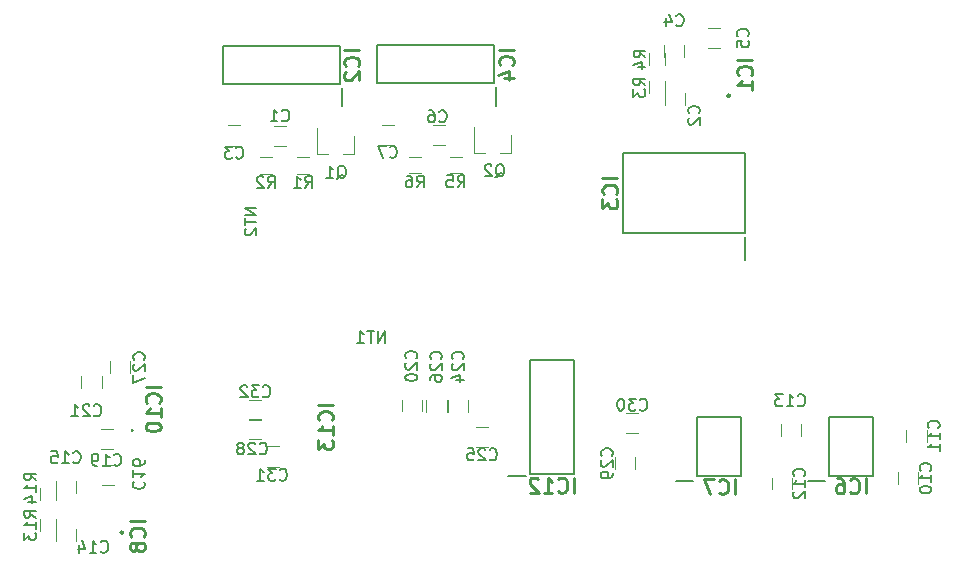
<source format=gbr>
G04 #@! TF.GenerationSoftware,KiCad,Pcbnew,(5.0.0)*
G04 #@! TF.CreationDate,2018-09-16T18:52:52-03:00*
G04 #@! TF.ProjectId,Cape_Beaglebone,436170655F426561676C65626F6E652E,rev?*
G04 #@! TF.SameCoordinates,Original*
G04 #@! TF.FileFunction,Legend,Bot*
G04 #@! TF.FilePolarity,Positive*
%FSLAX46Y46*%
G04 Gerber Fmt 4.6, Leading zero omitted, Abs format (unit mm)*
G04 Created by KiCad (PCBNEW (5.0.0)) date 09/16/18 18:52:52*
%MOMM*%
%LPD*%
G01*
G04 APERTURE LIST*
%ADD10C,0.254000*%
%ADD11C,0.200000*%
%ADD12C,0.120000*%
%ADD13C,0.150000*%
G04 APERTURE END LIST*
D10*
G04 #@! TO.C,IC10*
X125618896Y-89107004D02*
G75*
G03X125618896Y-89107004I-36000J0D01*
G01*
D11*
G04 #@! TO.C,IC4*
X156443065Y-61611871D02*
X156443065Y-60061871D01*
X146348065Y-59711871D02*
X156248065Y-59711871D01*
X146348065Y-56511871D02*
X146348065Y-59711871D01*
X156248065Y-56511871D02*
X146348065Y-56511871D01*
X156248065Y-59711871D02*
X156248065Y-56511871D01*
G04 #@! TO.C,IC6*
X184645896Y-93016104D02*
X188345896Y-93016104D01*
X188345896Y-93016104D02*
X188345896Y-88016104D01*
X188345896Y-88016104D02*
X184645896Y-88016104D01*
X184645896Y-88016104D02*
X184645896Y-93016104D01*
X182820896Y-93366104D02*
X184295896Y-93366104D01*
G04 #@! TO.C,IC12*
X159294296Y-92842004D02*
X162994296Y-92842004D01*
X162994296Y-92842004D02*
X162994296Y-83142004D01*
X162994296Y-83142004D02*
X159294296Y-83142004D01*
X159294296Y-83142004D02*
X159294296Y-92842004D01*
X157469296Y-92992004D02*
X158944296Y-92992004D01*
D10*
G04 #@! TO.C,IC8*
X124829496Y-97775604D02*
G75*
G03X124829496Y-97775604I-100000J0D01*
G01*
D11*
G04 #@! TO.C,IC3*
X177469995Y-74691104D02*
X177469995Y-72766104D01*
X167199995Y-72416104D02*
X177499995Y-72416104D01*
X167199995Y-65616104D02*
X167199995Y-72416104D01*
X177499995Y-65616104D02*
X167199995Y-65616104D01*
X177499995Y-72416104D02*
X177499995Y-65616104D01*
D12*
G04 #@! TO.C,C24*
X154084596Y-86564904D02*
X154084596Y-87564904D01*
X152384596Y-87564904D02*
X152384596Y-86564904D01*
G04 #@! TO.C,C1*
X137618896Y-63320104D02*
X138618896Y-63320104D01*
X138618896Y-65020104D02*
X137618896Y-65020104D01*
G04 #@! TO.C,C2*
X170723396Y-61536104D02*
X170723396Y-60536104D01*
X172423396Y-60536104D02*
X172423396Y-61536104D01*
G04 #@! TO.C,C3*
X134738896Y-65000104D02*
X133738896Y-65000104D01*
X133738896Y-63300104D02*
X134738896Y-63300104D01*
G04 #@! TO.C,C4*
X172359896Y-56504104D02*
X172359896Y-57504104D01*
X170659896Y-57504104D02*
X170659896Y-56504104D01*
G04 #@! TO.C,C5*
X175359396Y-56758604D02*
X174359396Y-56758604D01*
X174359396Y-55058604D02*
X175359396Y-55058604D01*
G04 #@! TO.C,C6*
X152068065Y-64950104D02*
X151068065Y-64950104D01*
X151068065Y-63250104D02*
X152068065Y-63250104D01*
G04 #@! TO.C,C7*
X146736896Y-63250104D02*
X147736896Y-63250104D01*
X147736896Y-64950104D02*
X146736896Y-64950104D01*
G04 #@! TO.C,C10*
X190471896Y-93667104D02*
X190471896Y-92667104D01*
X192171896Y-92667104D02*
X192171896Y-93667104D01*
G04 #@! TO.C,C11*
X192870396Y-89063604D02*
X192870396Y-90063604D01*
X191170396Y-90063604D02*
X191170396Y-89063604D01*
G04 #@! TO.C,C12*
X179790000Y-94110000D02*
X179790000Y-93110000D01*
X181490000Y-93110000D02*
X181490000Y-94110000D01*
G04 #@! TO.C,C13*
X182240496Y-88593704D02*
X182240496Y-89593704D01*
X180540496Y-89593704D02*
X180540496Y-88593704D01*
G04 #@! TO.C,C14*
X119129896Y-98455104D02*
X119129896Y-97455104D01*
X120829896Y-97455104D02*
X120829896Y-98455104D01*
G04 #@! TO.C,C15*
X120829896Y-93423104D02*
X120829896Y-94423104D01*
X119129896Y-94423104D02*
X119129896Y-93423104D01*
G04 #@! TO.C,C16*
X123035896Y-92041104D02*
X124035896Y-92041104D01*
X124035896Y-93741104D02*
X123035896Y-93741104D01*
G04 #@! TO.C,C19*
X123953496Y-90727104D02*
X122953496Y-90727104D01*
X122953496Y-89027104D02*
X123953496Y-89027104D01*
G04 #@! TO.C,C20*
X148434896Y-87510904D02*
X148434896Y-86510904D01*
X150134896Y-86510904D02*
X150134896Y-87510904D01*
G04 #@! TO.C,C21*
X123017496Y-84551104D02*
X123017496Y-85551104D01*
X121317496Y-85551104D02*
X121317496Y-84551104D01*
G04 #@! TO.C,C25*
X154733896Y-88846104D02*
X155733896Y-88846104D01*
X155733896Y-90546104D02*
X154733896Y-90546104D01*
G04 #@! TO.C,C26*
X150527996Y-87564904D02*
X150527996Y-86564904D01*
X152227996Y-86564904D02*
X152227996Y-87564904D01*
G04 #@! TO.C,C27*
X125430496Y-83281104D02*
X125430496Y-84281104D01*
X123730496Y-84281104D02*
X123730496Y-83281104D01*
G04 #@! TO.C,C28*
X136522596Y-89883004D02*
X135522596Y-89883004D01*
X135522596Y-88183004D02*
X136522596Y-88183004D01*
G04 #@! TO.C,C29*
X166494296Y-92413104D02*
X166494296Y-91413104D01*
X168194296Y-91413104D02*
X168194296Y-92413104D01*
G04 #@! TO.C,C30*
X167453896Y-87634104D02*
X168453896Y-87634104D01*
X168453896Y-89334104D02*
X167453896Y-89334104D01*
G04 #@! TO.C,C31*
X138010000Y-92180000D02*
X137010000Y-92180000D01*
X137010000Y-90480000D02*
X138010000Y-90480000D01*
G04 #@! TO.C,C32*
X135538596Y-86506604D02*
X136538596Y-86506604D01*
X136538596Y-88206604D02*
X135538596Y-88206604D01*
D10*
G04 #@! TO.C,IC1*
X176202076Y-60778624D02*
G75*
G03X176202076Y-60778624I-100000J0D01*
G01*
D11*
G04 #@! TO.C,IC2*
X143187088Y-59791113D02*
X143187088Y-56591113D01*
X143187088Y-56591113D02*
X133287088Y-56591113D01*
X133287088Y-56591113D02*
X133287088Y-59791113D01*
X133287088Y-59791113D02*
X143187088Y-59791113D01*
X143382088Y-61691113D02*
X143382088Y-60141113D01*
G04 #@! TO.C,IC7*
X171644896Y-93366104D02*
X173119896Y-93366104D01*
X173469896Y-88016104D02*
X173469896Y-93016104D01*
X177169896Y-88016104D02*
X173469896Y-88016104D01*
X177169896Y-93016104D02*
X177169896Y-88016104D01*
X173469896Y-93016104D02*
X177169896Y-93016104D01*
D12*
G04 #@! TO.C,Q1*
X144408896Y-65680104D02*
X143478896Y-65680104D01*
X141248896Y-65680104D02*
X142178896Y-65680104D01*
X141248896Y-65680104D02*
X141248896Y-63520104D01*
X144408896Y-65680104D02*
X144408896Y-64220104D01*
G04 #@! TO.C,Q2*
X157722896Y-65606104D02*
X157722896Y-64146104D01*
X154562896Y-65606104D02*
X154562896Y-63446104D01*
X154562896Y-65606104D02*
X155492896Y-65606104D01*
X157722896Y-65606104D02*
X156792896Y-65606104D01*
G04 #@! TO.C,R1*
X140588896Y-66010104D02*
X139588896Y-66010104D01*
X139588896Y-67370104D02*
X140588896Y-67370104D01*
G04 #@! TO.C,R2*
X137438896Y-66010104D02*
X136438896Y-66010104D01*
X136438896Y-67370104D02*
X137438896Y-67370104D01*
G04 #@! TO.C,R3*
X170729396Y-60576744D02*
X170729396Y-59576744D01*
X169369396Y-59576744D02*
X169369396Y-60576744D01*
G04 #@! TO.C,R4*
X169387176Y-57194224D02*
X169387176Y-58194224D01*
X170747176Y-58194224D02*
X170747176Y-57194224D01*
G04 #@! TO.C,R5*
X152498896Y-67300104D02*
X153498896Y-67300104D01*
X153498896Y-65940104D02*
X152498896Y-65940104D01*
G04 #@! TO.C,R6*
X150038896Y-65960104D02*
X149038896Y-65960104D01*
X149038896Y-67320104D02*
X150038896Y-67320104D01*
G04 #@! TO.C,R13*
X119140976Y-97640524D02*
X119140976Y-96640524D01*
X117780976Y-96640524D02*
X117780976Y-97640524D01*
G04 #@! TO.C,R14*
X117775896Y-93977904D02*
X117775896Y-94977904D01*
X119135896Y-94977904D02*
X119135896Y-93977904D01*
G04 #@! TO.C,NT2*
D13*
X136122380Y-70273142D02*
X135122380Y-70273142D01*
X136122380Y-70844571D01*
X135122380Y-70844571D01*
X135122380Y-71177904D02*
X135122380Y-71749333D01*
X136122380Y-71463619D02*
X135122380Y-71463619D01*
X135217619Y-72035047D02*
X135170000Y-72082666D01*
X135122380Y-72177904D01*
X135122380Y-72416000D01*
X135170000Y-72511238D01*
X135217619Y-72558857D01*
X135312857Y-72606476D01*
X135408095Y-72606476D01*
X135550952Y-72558857D01*
X136122380Y-71987428D01*
X136122380Y-72606476D01*
G04 #@! TO.C,IC10*
D10*
X128012519Y-85429080D02*
X126742519Y-85429080D01*
X127891567Y-86759556D02*
X127952043Y-86699080D01*
X128012519Y-86517651D01*
X128012519Y-86396699D01*
X127952043Y-86215270D01*
X127831091Y-86094318D01*
X127710138Y-86033842D01*
X127468234Y-85973365D01*
X127286805Y-85973365D01*
X127044900Y-86033842D01*
X126923948Y-86094318D01*
X126802996Y-86215270D01*
X126742519Y-86396699D01*
X126742519Y-86517651D01*
X126802996Y-86699080D01*
X126863472Y-86759556D01*
X128012519Y-87969080D02*
X128012519Y-87243365D01*
X128012519Y-87606223D02*
X126742519Y-87606223D01*
X126923948Y-87485270D01*
X127044900Y-87364318D01*
X127105376Y-87243365D01*
X126742519Y-88755270D02*
X126742519Y-88876223D01*
X126802996Y-88997175D01*
X126863472Y-89057651D01*
X126984424Y-89118127D01*
X127226329Y-89178604D01*
X127528710Y-89178604D01*
X127770615Y-89118127D01*
X127891567Y-89057651D01*
X127952043Y-88997175D01*
X128012519Y-88876223D01*
X128012519Y-88755270D01*
X127952043Y-88634318D01*
X127891567Y-88573842D01*
X127770615Y-88513365D01*
X127528710Y-88452889D01*
X127226329Y-88452889D01*
X126984424Y-88513365D01*
X126863472Y-88573842D01*
X126802996Y-88634318D01*
X126742519Y-88755270D01*
G04 #@! TO.C,IC4*
X157923919Y-56872109D02*
X156653919Y-56872109D01*
X157802967Y-58202585D02*
X157863443Y-58142109D01*
X157923919Y-57960680D01*
X157923919Y-57839728D01*
X157863443Y-57658299D01*
X157742491Y-57537347D01*
X157621538Y-57476871D01*
X157379634Y-57416394D01*
X157198205Y-57416394D01*
X156956300Y-57476871D01*
X156835348Y-57537347D01*
X156714396Y-57658299D01*
X156653919Y-57839728D01*
X156653919Y-57960680D01*
X156714396Y-58142109D01*
X156774872Y-58202585D01*
X157077253Y-59291156D02*
X157923919Y-59291156D01*
X156593443Y-58988775D02*
X157500586Y-58686394D01*
X157500586Y-59472585D01*
G04 #@! TO.C,IC6*
X187735657Y-94456127D02*
X187735657Y-93186127D01*
X186405181Y-94335175D02*
X186465657Y-94395651D01*
X186647086Y-94456127D01*
X186768038Y-94456127D01*
X186949467Y-94395651D01*
X187070419Y-94274699D01*
X187130896Y-94153746D01*
X187191372Y-93911842D01*
X187191372Y-93730413D01*
X187130896Y-93488508D01*
X187070419Y-93367556D01*
X186949467Y-93246604D01*
X186768038Y-93186127D01*
X186647086Y-93186127D01*
X186465657Y-93246604D01*
X186405181Y-93307080D01*
X185316610Y-93186127D02*
X185558515Y-93186127D01*
X185679467Y-93246604D01*
X185739943Y-93307080D01*
X185860896Y-93488508D01*
X185921372Y-93730413D01*
X185921372Y-94214223D01*
X185860896Y-94335175D01*
X185800419Y-94395651D01*
X185679467Y-94456127D01*
X185437562Y-94456127D01*
X185316610Y-94395651D01*
X185256134Y-94335175D01*
X185195657Y-94214223D01*
X185195657Y-93911842D01*
X185256134Y-93790889D01*
X185316610Y-93730413D01*
X185437562Y-93669937D01*
X185679467Y-93669937D01*
X185800419Y-93730413D01*
X185860896Y-93790889D01*
X185921372Y-93911842D01*
G04 #@! TO.C,IC12*
X163003919Y-94392627D02*
X163003919Y-93122627D01*
X161673443Y-94271675D02*
X161733919Y-94332151D01*
X161915348Y-94392627D01*
X162036300Y-94392627D01*
X162217729Y-94332151D01*
X162338681Y-94211199D01*
X162399157Y-94090246D01*
X162459634Y-93848342D01*
X162459634Y-93666913D01*
X162399157Y-93425008D01*
X162338681Y-93304056D01*
X162217729Y-93183104D01*
X162036300Y-93122627D01*
X161915348Y-93122627D01*
X161733919Y-93183104D01*
X161673443Y-93243580D01*
X160463919Y-94392627D02*
X161189634Y-94392627D01*
X160826776Y-94392627D02*
X160826776Y-93122627D01*
X160947729Y-93304056D01*
X161068681Y-93425008D01*
X161189634Y-93485484D01*
X159980110Y-93243580D02*
X159919634Y-93183104D01*
X159798681Y-93122627D01*
X159496300Y-93122627D01*
X159375348Y-93183104D01*
X159314872Y-93243580D01*
X159254396Y-93364532D01*
X159254396Y-93485484D01*
X159314872Y-93666913D01*
X160040586Y-94392627D01*
X159254396Y-94392627D01*
G04 #@! TO.C,IC13*
X142617219Y-86947080D02*
X141347219Y-86947080D01*
X142496267Y-88277556D02*
X142556743Y-88217080D01*
X142617219Y-88035651D01*
X142617219Y-87914699D01*
X142556743Y-87733270D01*
X142435791Y-87612318D01*
X142314838Y-87551842D01*
X142072934Y-87491365D01*
X141891505Y-87491365D01*
X141649600Y-87551842D01*
X141528648Y-87612318D01*
X141407696Y-87733270D01*
X141347219Y-87914699D01*
X141347219Y-88035651D01*
X141407696Y-88217080D01*
X141468172Y-88277556D01*
X142617219Y-89487080D02*
X142617219Y-88761365D01*
X142617219Y-89124223D02*
X141347219Y-89124223D01*
X141528648Y-89003270D01*
X141649600Y-88882318D01*
X141710076Y-88761365D01*
X141347219Y-89910413D02*
X141347219Y-90696604D01*
X141831029Y-90273270D01*
X141831029Y-90454699D01*
X141891505Y-90575651D01*
X141951981Y-90636127D01*
X142072934Y-90696604D01*
X142375315Y-90696604D01*
X142496267Y-90636127D01*
X142556743Y-90575651D01*
X142617219Y-90454699D01*
X142617219Y-90091842D01*
X142556743Y-89970889D01*
X142496267Y-89910413D01*
G04 #@! TO.C,IC8*
X126701219Y-96807542D02*
X125431219Y-96807542D01*
X126580267Y-98138018D02*
X126640743Y-98077542D01*
X126701219Y-97896113D01*
X126701219Y-97775161D01*
X126640743Y-97593732D01*
X126519791Y-97472780D01*
X126398838Y-97412304D01*
X126156934Y-97351827D01*
X125975505Y-97351827D01*
X125733600Y-97412304D01*
X125612648Y-97472780D01*
X125491696Y-97593732D01*
X125431219Y-97775161D01*
X125431219Y-97896113D01*
X125491696Y-98077542D01*
X125552172Y-98138018D01*
X125975505Y-98863732D02*
X125915029Y-98742780D01*
X125854553Y-98682304D01*
X125733600Y-98621827D01*
X125673124Y-98621827D01*
X125552172Y-98682304D01*
X125491696Y-98742780D01*
X125431219Y-98863732D01*
X125431219Y-99105637D01*
X125491696Y-99226589D01*
X125552172Y-99287065D01*
X125673124Y-99347542D01*
X125733600Y-99347542D01*
X125854553Y-99287065D01*
X125915029Y-99226589D01*
X125975505Y-99105637D01*
X125975505Y-98863732D01*
X126035981Y-98742780D01*
X126096457Y-98682304D01*
X126217410Y-98621827D01*
X126459315Y-98621827D01*
X126580267Y-98682304D01*
X126640743Y-98742780D01*
X126701219Y-98863732D01*
X126701219Y-99105637D01*
X126640743Y-99226589D01*
X126580267Y-99287065D01*
X126459315Y-99347542D01*
X126217410Y-99347542D01*
X126096457Y-99287065D01*
X126035981Y-99226589D01*
X125975505Y-99105637D01*
G04 #@! TO.C,IC3*
X166701518Y-67776342D02*
X165431518Y-67776342D01*
X166580566Y-69106818D02*
X166641042Y-69046342D01*
X166701518Y-68864913D01*
X166701518Y-68743961D01*
X166641042Y-68562532D01*
X166520090Y-68441580D01*
X166399137Y-68381104D01*
X166157233Y-68320627D01*
X165975804Y-68320627D01*
X165733899Y-68381104D01*
X165612947Y-68441580D01*
X165491995Y-68562532D01*
X165431518Y-68743961D01*
X165431518Y-68864913D01*
X165491995Y-69046342D01*
X165552471Y-69106818D01*
X165431518Y-69530151D02*
X165431518Y-70316342D01*
X165915328Y-69893008D01*
X165915328Y-70074437D01*
X165975804Y-70195389D01*
X166036280Y-70255865D01*
X166157233Y-70316342D01*
X166459614Y-70316342D01*
X166580566Y-70255865D01*
X166641042Y-70195389D01*
X166701518Y-70074437D01*
X166701518Y-69711580D01*
X166641042Y-69590627D01*
X166580566Y-69530151D01*
G04 #@! TO.C,NT1*
D13*
X146984753Y-81697484D02*
X146984753Y-80697484D01*
X146413324Y-81697484D01*
X146413324Y-80697484D01*
X146079991Y-80697484D02*
X145508562Y-80697484D01*
X145794276Y-81697484D02*
X145794276Y-80697484D01*
X144651419Y-81697484D02*
X145222848Y-81697484D01*
X144937134Y-81697484D02*
X144937134Y-80697484D01*
X145032372Y-80840342D01*
X145127610Y-80935580D01*
X145222848Y-80983199D01*
G04 #@! TO.C,C24*
X153579038Y-83078746D02*
X153626657Y-83031127D01*
X153674276Y-82888270D01*
X153674276Y-82793032D01*
X153626657Y-82650175D01*
X153531419Y-82554937D01*
X153436181Y-82507318D01*
X153245705Y-82459699D01*
X153102848Y-82459699D01*
X152912372Y-82507318D01*
X152817134Y-82554937D01*
X152721896Y-82650175D01*
X152674276Y-82793032D01*
X152674276Y-82888270D01*
X152721896Y-83031127D01*
X152769515Y-83078746D01*
X152769515Y-83459699D02*
X152721896Y-83507318D01*
X152674276Y-83602556D01*
X152674276Y-83840651D01*
X152721896Y-83935889D01*
X152769515Y-83983508D01*
X152864753Y-84031127D01*
X152959991Y-84031127D01*
X153102848Y-83983508D01*
X153674276Y-83412080D01*
X153674276Y-84031127D01*
X153007610Y-84888270D02*
X153674276Y-84888270D01*
X152626657Y-84650175D02*
X153340943Y-84412080D01*
X153340943Y-85031127D01*
G04 #@! TO.C,C1*
X138275562Y-62869746D02*
X138323181Y-62917365D01*
X138466038Y-62964984D01*
X138561276Y-62964984D01*
X138704134Y-62917365D01*
X138799372Y-62822127D01*
X138846991Y-62726889D01*
X138894610Y-62536413D01*
X138894610Y-62393556D01*
X138846991Y-62203080D01*
X138799372Y-62107842D01*
X138704134Y-62012604D01*
X138561276Y-61964984D01*
X138466038Y-61964984D01*
X138323181Y-62012604D01*
X138275562Y-62060223D01*
X137323181Y-62964984D02*
X137894610Y-62964984D01*
X137608896Y-62964984D02*
X137608896Y-61964984D01*
X137704134Y-62107842D01*
X137799372Y-62203080D01*
X137894610Y-62250699D01*
G04 #@! TO.C,C2*
X173581538Y-62282437D02*
X173629157Y-62234818D01*
X173676776Y-62091961D01*
X173676776Y-61996723D01*
X173629157Y-61853865D01*
X173533919Y-61758627D01*
X173438681Y-61711008D01*
X173248205Y-61663389D01*
X173105348Y-61663389D01*
X172914872Y-61711008D01*
X172819634Y-61758627D01*
X172724396Y-61853865D01*
X172676776Y-61996723D01*
X172676776Y-62091961D01*
X172724396Y-62234818D01*
X172772015Y-62282437D01*
X172772015Y-62663389D02*
X172724396Y-62711008D01*
X172676776Y-62806246D01*
X172676776Y-63044342D01*
X172724396Y-63139580D01*
X172772015Y-63187199D01*
X172867253Y-63234818D01*
X172962491Y-63234818D01*
X173105348Y-63187199D01*
X173676776Y-62615770D01*
X173676776Y-63234818D01*
G04 #@! TO.C,C3*
X134405562Y-66007246D02*
X134453181Y-66054865D01*
X134596038Y-66102484D01*
X134691276Y-66102484D01*
X134834134Y-66054865D01*
X134929372Y-65959627D01*
X134976991Y-65864389D01*
X135024610Y-65673913D01*
X135024610Y-65531056D01*
X134976991Y-65340580D01*
X134929372Y-65245342D01*
X134834134Y-65150104D01*
X134691276Y-65102484D01*
X134596038Y-65102484D01*
X134453181Y-65150104D01*
X134405562Y-65197723D01*
X134072229Y-65102484D02*
X133453181Y-65102484D01*
X133786515Y-65483437D01*
X133643657Y-65483437D01*
X133548419Y-65531056D01*
X133500800Y-65578675D01*
X133453181Y-65673913D01*
X133453181Y-65912008D01*
X133500800Y-66007246D01*
X133548419Y-66054865D01*
X133643657Y-66102484D01*
X133929372Y-66102484D01*
X134024610Y-66054865D01*
X134072229Y-66007246D01*
G04 #@! TO.C,C4*
X171676562Y-54805246D02*
X171724181Y-54852865D01*
X171867038Y-54900484D01*
X171962276Y-54900484D01*
X172105134Y-54852865D01*
X172200372Y-54757627D01*
X172247991Y-54662389D01*
X172295610Y-54471913D01*
X172295610Y-54329056D01*
X172247991Y-54138580D01*
X172200372Y-54043342D01*
X172105134Y-53948104D01*
X171962276Y-53900484D01*
X171867038Y-53900484D01*
X171724181Y-53948104D01*
X171676562Y-53995723D01*
X170819419Y-54233818D02*
X170819419Y-54900484D01*
X171057515Y-53852865D02*
X171295610Y-54567151D01*
X170676562Y-54567151D01*
G04 #@! TO.C,C5*
X177709038Y-55741937D02*
X177756657Y-55694318D01*
X177804276Y-55551461D01*
X177804276Y-55456223D01*
X177756657Y-55313365D01*
X177661419Y-55218127D01*
X177566181Y-55170508D01*
X177375705Y-55122889D01*
X177232848Y-55122889D01*
X177042372Y-55170508D01*
X176947134Y-55218127D01*
X176851896Y-55313365D01*
X176804276Y-55456223D01*
X176804276Y-55551461D01*
X176851896Y-55694318D01*
X176899515Y-55741937D01*
X176804276Y-56646699D02*
X176804276Y-56170508D01*
X177280467Y-56122889D01*
X177232848Y-56170508D01*
X177185229Y-56265746D01*
X177185229Y-56503842D01*
X177232848Y-56599080D01*
X177280467Y-56646699D01*
X177375705Y-56694318D01*
X177613800Y-56694318D01*
X177709038Y-56646699D01*
X177756657Y-56599080D01*
X177804276Y-56503842D01*
X177804276Y-56265746D01*
X177756657Y-56170508D01*
X177709038Y-56122889D01*
G04 #@! TO.C,C6*
X151610562Y-62933246D02*
X151658181Y-62980865D01*
X151801038Y-63028484D01*
X151896276Y-63028484D01*
X152039134Y-62980865D01*
X152134372Y-62885627D01*
X152181991Y-62790389D01*
X152229610Y-62599913D01*
X152229610Y-62457056D01*
X152181991Y-62266580D01*
X152134372Y-62171342D01*
X152039134Y-62076104D01*
X151896276Y-62028484D01*
X151801038Y-62028484D01*
X151658181Y-62076104D01*
X151610562Y-62123723D01*
X150753419Y-62028484D02*
X150943896Y-62028484D01*
X151039134Y-62076104D01*
X151086753Y-62123723D01*
X151181991Y-62266580D01*
X151229610Y-62457056D01*
X151229610Y-62838008D01*
X151181991Y-62933246D01*
X151134372Y-62980865D01*
X151039134Y-63028484D01*
X150848657Y-63028484D01*
X150753419Y-62980865D01*
X150705800Y-62933246D01*
X150658181Y-62838008D01*
X150658181Y-62599913D01*
X150705800Y-62504675D01*
X150753419Y-62457056D01*
X150848657Y-62409437D01*
X151039134Y-62409437D01*
X151134372Y-62457056D01*
X151181991Y-62504675D01*
X151229610Y-62599913D01*
G04 #@! TO.C,C7*
X147403562Y-65957246D02*
X147451181Y-66004865D01*
X147594038Y-66052484D01*
X147689276Y-66052484D01*
X147832134Y-66004865D01*
X147927372Y-65909627D01*
X147974991Y-65814389D01*
X148022610Y-65623913D01*
X148022610Y-65481056D01*
X147974991Y-65290580D01*
X147927372Y-65195342D01*
X147832134Y-65100104D01*
X147689276Y-65052484D01*
X147594038Y-65052484D01*
X147451181Y-65100104D01*
X147403562Y-65147723D01*
X147070229Y-65052484D02*
X146403562Y-65052484D01*
X146832134Y-66052484D01*
G04 #@! TO.C,C10*
X193179038Y-92524246D02*
X193226657Y-92476627D01*
X193274276Y-92333770D01*
X193274276Y-92238532D01*
X193226657Y-92095675D01*
X193131419Y-92000437D01*
X193036181Y-91952818D01*
X192845705Y-91905199D01*
X192702848Y-91905199D01*
X192512372Y-91952818D01*
X192417134Y-92000437D01*
X192321896Y-92095675D01*
X192274276Y-92238532D01*
X192274276Y-92333770D01*
X192321896Y-92476627D01*
X192369515Y-92524246D01*
X193274276Y-93476627D02*
X193274276Y-92905199D01*
X193274276Y-93190913D02*
X192274276Y-93190913D01*
X192417134Y-93095675D01*
X192512372Y-93000437D01*
X192559991Y-92905199D01*
X192274276Y-94095675D02*
X192274276Y-94190913D01*
X192321896Y-94286151D01*
X192369515Y-94333770D01*
X192464753Y-94381389D01*
X192655229Y-94429008D01*
X192893324Y-94429008D01*
X193083800Y-94381389D01*
X193179038Y-94333770D01*
X193226657Y-94286151D01*
X193274276Y-94190913D01*
X193274276Y-94095675D01*
X193226657Y-94000437D01*
X193179038Y-93952818D01*
X193083800Y-93905199D01*
X192893324Y-93857580D01*
X192655229Y-93857580D01*
X192464753Y-93905199D01*
X192369515Y-93952818D01*
X192321896Y-94000437D01*
X192274276Y-94095675D01*
G04 #@! TO.C,C11*
X193877538Y-88920746D02*
X193925157Y-88873127D01*
X193972776Y-88730270D01*
X193972776Y-88635032D01*
X193925157Y-88492175D01*
X193829919Y-88396937D01*
X193734681Y-88349318D01*
X193544205Y-88301699D01*
X193401348Y-88301699D01*
X193210872Y-88349318D01*
X193115634Y-88396937D01*
X193020396Y-88492175D01*
X192972776Y-88635032D01*
X192972776Y-88730270D01*
X193020396Y-88873127D01*
X193068015Y-88920746D01*
X193972776Y-89873127D02*
X193972776Y-89301699D01*
X193972776Y-89587413D02*
X192972776Y-89587413D01*
X193115634Y-89492175D01*
X193210872Y-89396937D01*
X193258491Y-89301699D01*
X193972776Y-90825508D02*
X193972776Y-90254080D01*
X193972776Y-90539794D02*
X192972776Y-90539794D01*
X193115634Y-90444556D01*
X193210872Y-90349318D01*
X193258491Y-90254080D01*
G04 #@! TO.C,C12*
X182497142Y-92967142D02*
X182544761Y-92919523D01*
X182592380Y-92776666D01*
X182592380Y-92681428D01*
X182544761Y-92538571D01*
X182449523Y-92443333D01*
X182354285Y-92395714D01*
X182163809Y-92348095D01*
X182020952Y-92348095D01*
X181830476Y-92395714D01*
X181735238Y-92443333D01*
X181640000Y-92538571D01*
X181592380Y-92681428D01*
X181592380Y-92776666D01*
X181640000Y-92919523D01*
X181687619Y-92967142D01*
X182592380Y-93919523D02*
X182592380Y-93348095D01*
X182592380Y-93633809D02*
X181592380Y-93633809D01*
X181735238Y-93538571D01*
X181830476Y-93443333D01*
X181878095Y-93348095D01*
X181687619Y-94300476D02*
X181640000Y-94348095D01*
X181592380Y-94443333D01*
X181592380Y-94681428D01*
X181640000Y-94776666D01*
X181687619Y-94824285D01*
X181782857Y-94871904D01*
X181878095Y-94871904D01*
X182020952Y-94824285D01*
X182592380Y-94252857D01*
X182592380Y-94871904D01*
G04 #@! TO.C,C13*
X181969853Y-86974346D02*
X182017472Y-87021965D01*
X182160329Y-87069584D01*
X182255567Y-87069584D01*
X182398424Y-87021965D01*
X182493662Y-86926727D01*
X182541281Y-86831489D01*
X182588900Y-86641013D01*
X182588900Y-86498156D01*
X182541281Y-86307680D01*
X182493662Y-86212442D01*
X182398424Y-86117204D01*
X182255567Y-86069584D01*
X182160329Y-86069584D01*
X182017472Y-86117204D01*
X181969853Y-86164823D01*
X181017472Y-87069584D02*
X181588900Y-87069584D01*
X181303186Y-87069584D02*
X181303186Y-86069584D01*
X181398424Y-86212442D01*
X181493662Y-86307680D01*
X181588900Y-86355299D01*
X180684138Y-86069584D02*
X180065091Y-86069584D01*
X180398424Y-86450537D01*
X180255567Y-86450537D01*
X180160329Y-86498156D01*
X180112710Y-86545775D01*
X180065091Y-86641013D01*
X180065091Y-86879108D01*
X180112710Y-86974346D01*
X180160329Y-87021965D01*
X180255567Y-87069584D01*
X180541281Y-87069584D01*
X180636519Y-87021965D01*
X180684138Y-86974346D01*
G04 #@! TO.C,C14*
X122959553Y-99369646D02*
X123007172Y-99417265D01*
X123150029Y-99464884D01*
X123245267Y-99464884D01*
X123388124Y-99417265D01*
X123483362Y-99322027D01*
X123530981Y-99226789D01*
X123578600Y-99036313D01*
X123578600Y-98893456D01*
X123530981Y-98702980D01*
X123483362Y-98607742D01*
X123388124Y-98512504D01*
X123245267Y-98464884D01*
X123150029Y-98464884D01*
X123007172Y-98512504D01*
X122959553Y-98560123D01*
X122007172Y-99464884D02*
X122578600Y-99464884D01*
X122292886Y-99464884D02*
X122292886Y-98464884D01*
X122388124Y-98607742D01*
X122483362Y-98702980D01*
X122578600Y-98750599D01*
X121150029Y-98798218D02*
X121150029Y-99464884D01*
X121388124Y-98417265D02*
X121626219Y-99131551D01*
X121007172Y-99131551D01*
G04 #@! TO.C,C15*
X120622753Y-91800446D02*
X120670372Y-91848065D01*
X120813229Y-91895684D01*
X120908467Y-91895684D01*
X121051324Y-91848065D01*
X121146562Y-91752827D01*
X121194181Y-91657589D01*
X121241800Y-91467113D01*
X121241800Y-91324256D01*
X121194181Y-91133780D01*
X121146562Y-91038542D01*
X121051324Y-90943304D01*
X120908467Y-90895684D01*
X120813229Y-90895684D01*
X120670372Y-90943304D01*
X120622753Y-90990923D01*
X119670372Y-91895684D02*
X120241800Y-91895684D01*
X119956086Y-91895684D02*
X119956086Y-90895684D01*
X120051324Y-91038542D01*
X120146562Y-91133780D01*
X120241800Y-91181399D01*
X118765610Y-90895684D02*
X119241800Y-90895684D01*
X119289419Y-91371875D01*
X119241800Y-91324256D01*
X119146562Y-91276637D01*
X118908467Y-91276637D01*
X118813229Y-91324256D01*
X118765610Y-91371875D01*
X118717991Y-91467113D01*
X118717991Y-91705208D01*
X118765610Y-91800446D01*
X118813229Y-91848065D01*
X118908467Y-91895684D01*
X119146562Y-91895684D01*
X119241800Y-91848065D01*
X119289419Y-91800446D01*
G04 #@! TO.C,C16*
X125769553Y-93457761D02*
X125721934Y-93505380D01*
X125674315Y-93648237D01*
X125674315Y-93743475D01*
X125721934Y-93886332D01*
X125817172Y-93981570D01*
X125912410Y-94029189D01*
X126102886Y-94076808D01*
X126245743Y-94076808D01*
X126436219Y-94029189D01*
X126531457Y-93981570D01*
X126626696Y-93886332D01*
X126674315Y-93743475D01*
X126674315Y-93648237D01*
X126626696Y-93505380D01*
X126579076Y-93457761D01*
X125674315Y-92505380D02*
X125674315Y-93076808D01*
X125674315Y-92791094D02*
X126674315Y-92791094D01*
X126531457Y-92886332D01*
X126436219Y-92981570D01*
X126388600Y-93076808D01*
X126674315Y-91648237D02*
X126674315Y-91838713D01*
X126626696Y-91933951D01*
X126579076Y-91981570D01*
X126436219Y-92076808D01*
X126245743Y-92124427D01*
X125864791Y-92124427D01*
X125769553Y-92076808D01*
X125721934Y-92029189D01*
X125674315Y-91933951D01*
X125674315Y-91743475D01*
X125721934Y-91648237D01*
X125769553Y-91600618D01*
X125864791Y-91552999D01*
X126102886Y-91552999D01*
X126198124Y-91600618D01*
X126245743Y-91648237D01*
X126293362Y-91743475D01*
X126293362Y-91933951D01*
X126245743Y-92029189D01*
X126198124Y-92076808D01*
X126102886Y-92124427D01*
G04 #@! TO.C,C19*
X124080353Y-92012246D02*
X124127972Y-92059865D01*
X124270829Y-92107484D01*
X124366067Y-92107484D01*
X124508924Y-92059865D01*
X124604162Y-91964627D01*
X124651781Y-91869389D01*
X124699400Y-91678913D01*
X124699400Y-91536056D01*
X124651781Y-91345580D01*
X124604162Y-91250342D01*
X124508924Y-91155104D01*
X124366067Y-91107484D01*
X124270829Y-91107484D01*
X124127972Y-91155104D01*
X124080353Y-91202723D01*
X123127972Y-92107484D02*
X123699400Y-92107484D01*
X123413686Y-92107484D02*
X123413686Y-91107484D01*
X123508924Y-91250342D01*
X123604162Y-91345580D01*
X123699400Y-91393199D01*
X122651781Y-92107484D02*
X122461305Y-92107484D01*
X122366067Y-92059865D01*
X122318448Y-92012246D01*
X122223210Y-91869389D01*
X122175591Y-91678913D01*
X122175591Y-91297961D01*
X122223210Y-91202723D01*
X122270829Y-91155104D01*
X122366067Y-91107484D01*
X122556543Y-91107484D01*
X122651781Y-91155104D01*
X122699400Y-91202723D01*
X122747019Y-91297961D01*
X122747019Y-91536056D01*
X122699400Y-91631294D01*
X122651781Y-91678913D01*
X122556543Y-91726532D01*
X122366067Y-91726532D01*
X122270829Y-91678913D01*
X122223210Y-91631294D01*
X122175591Y-91536056D01*
G04 #@! TO.C,C20*
X149642038Y-83015246D02*
X149689657Y-82967627D01*
X149737276Y-82824770D01*
X149737276Y-82729532D01*
X149689657Y-82586675D01*
X149594419Y-82491437D01*
X149499181Y-82443818D01*
X149308705Y-82396199D01*
X149165848Y-82396199D01*
X148975372Y-82443818D01*
X148880134Y-82491437D01*
X148784896Y-82586675D01*
X148737276Y-82729532D01*
X148737276Y-82824770D01*
X148784896Y-82967627D01*
X148832515Y-83015246D01*
X148832515Y-83396199D02*
X148784896Y-83443818D01*
X148737276Y-83539056D01*
X148737276Y-83777151D01*
X148784896Y-83872389D01*
X148832515Y-83920008D01*
X148927753Y-83967627D01*
X149022991Y-83967627D01*
X149165848Y-83920008D01*
X149737276Y-83348580D01*
X149737276Y-83967627D01*
X148737276Y-84586675D02*
X148737276Y-84681913D01*
X148784896Y-84777151D01*
X148832515Y-84824770D01*
X148927753Y-84872389D01*
X149118229Y-84920008D01*
X149356324Y-84920008D01*
X149546800Y-84872389D01*
X149642038Y-84824770D01*
X149689657Y-84777151D01*
X149737276Y-84681913D01*
X149737276Y-84586675D01*
X149689657Y-84491437D01*
X149642038Y-84443818D01*
X149546800Y-84396199D01*
X149356324Y-84348580D01*
X149118229Y-84348580D01*
X148927753Y-84396199D01*
X148832515Y-84443818D01*
X148784896Y-84491437D01*
X148737276Y-84586675D01*
G04 #@! TO.C,C21*
X122365853Y-87821246D02*
X122413472Y-87868865D01*
X122556329Y-87916484D01*
X122651567Y-87916484D01*
X122794424Y-87868865D01*
X122889662Y-87773627D01*
X122937281Y-87678389D01*
X122984900Y-87487913D01*
X122984900Y-87345056D01*
X122937281Y-87154580D01*
X122889662Y-87059342D01*
X122794424Y-86964104D01*
X122651567Y-86916484D01*
X122556329Y-86916484D01*
X122413472Y-86964104D01*
X122365853Y-87011723D01*
X121984900Y-87011723D02*
X121937281Y-86964104D01*
X121842043Y-86916484D01*
X121603948Y-86916484D01*
X121508710Y-86964104D01*
X121461091Y-87011723D01*
X121413472Y-87106961D01*
X121413472Y-87202199D01*
X121461091Y-87345056D01*
X122032519Y-87916484D01*
X121413472Y-87916484D01*
X120461091Y-87916484D02*
X121032519Y-87916484D01*
X120746805Y-87916484D02*
X120746805Y-86916484D01*
X120842043Y-87059342D01*
X120937281Y-87154580D01*
X121032519Y-87202199D01*
G04 #@! TO.C,C25*
X155876753Y-91553246D02*
X155924372Y-91600865D01*
X156067229Y-91648484D01*
X156162467Y-91648484D01*
X156305324Y-91600865D01*
X156400562Y-91505627D01*
X156448181Y-91410389D01*
X156495800Y-91219913D01*
X156495800Y-91077056D01*
X156448181Y-90886580D01*
X156400562Y-90791342D01*
X156305324Y-90696104D01*
X156162467Y-90648484D01*
X156067229Y-90648484D01*
X155924372Y-90696104D01*
X155876753Y-90743723D01*
X155495800Y-90743723D02*
X155448181Y-90696104D01*
X155352943Y-90648484D01*
X155114848Y-90648484D01*
X155019610Y-90696104D01*
X154971991Y-90743723D01*
X154924372Y-90838961D01*
X154924372Y-90934199D01*
X154971991Y-91077056D01*
X155543419Y-91648484D01*
X154924372Y-91648484D01*
X154019610Y-90648484D02*
X154495800Y-90648484D01*
X154543419Y-91124675D01*
X154495800Y-91077056D01*
X154400562Y-91029437D01*
X154162467Y-91029437D01*
X154067229Y-91077056D01*
X154019610Y-91124675D01*
X153971991Y-91219913D01*
X153971991Y-91458008D01*
X154019610Y-91553246D01*
X154067229Y-91600865D01*
X154162467Y-91648484D01*
X154400562Y-91648484D01*
X154495800Y-91600865D01*
X154543419Y-91553246D01*
G04 #@! TO.C,C26*
X151737538Y-83078746D02*
X151785157Y-83031127D01*
X151832776Y-82888270D01*
X151832776Y-82793032D01*
X151785157Y-82650175D01*
X151689919Y-82554937D01*
X151594681Y-82507318D01*
X151404205Y-82459699D01*
X151261348Y-82459699D01*
X151070872Y-82507318D01*
X150975634Y-82554937D01*
X150880396Y-82650175D01*
X150832776Y-82793032D01*
X150832776Y-82888270D01*
X150880396Y-83031127D01*
X150928015Y-83078746D01*
X150928015Y-83459699D02*
X150880396Y-83507318D01*
X150832776Y-83602556D01*
X150832776Y-83840651D01*
X150880396Y-83935889D01*
X150928015Y-83983508D01*
X151023253Y-84031127D01*
X151118491Y-84031127D01*
X151261348Y-83983508D01*
X151832776Y-83412080D01*
X151832776Y-84031127D01*
X150832776Y-84888270D02*
X150832776Y-84697794D01*
X150880396Y-84602556D01*
X150928015Y-84554937D01*
X151070872Y-84459699D01*
X151261348Y-84412080D01*
X151642300Y-84412080D01*
X151737538Y-84459699D01*
X151785157Y-84507318D01*
X151832776Y-84602556D01*
X151832776Y-84793032D01*
X151785157Y-84888270D01*
X151737538Y-84935889D01*
X151642300Y-84983508D01*
X151404205Y-84983508D01*
X151308967Y-84935889D01*
X151261348Y-84888270D01*
X151213729Y-84793032D01*
X151213729Y-84602556D01*
X151261348Y-84507318D01*
X151308967Y-84459699D01*
X151404205Y-84412080D01*
G04 #@! TO.C,C27*
X126588638Y-83138246D02*
X126636257Y-83090627D01*
X126683876Y-82947770D01*
X126683876Y-82852532D01*
X126636257Y-82709675D01*
X126541019Y-82614437D01*
X126445781Y-82566818D01*
X126255305Y-82519199D01*
X126112448Y-82519199D01*
X125921972Y-82566818D01*
X125826734Y-82614437D01*
X125731496Y-82709675D01*
X125683876Y-82852532D01*
X125683876Y-82947770D01*
X125731496Y-83090627D01*
X125779115Y-83138246D01*
X125779115Y-83519199D02*
X125731496Y-83566818D01*
X125683876Y-83662056D01*
X125683876Y-83900151D01*
X125731496Y-83995389D01*
X125779115Y-84043008D01*
X125874353Y-84090627D01*
X125969591Y-84090627D01*
X126112448Y-84043008D01*
X126683876Y-83471580D01*
X126683876Y-84090627D01*
X125683876Y-84423961D02*
X125683876Y-85090627D01*
X126683876Y-84662056D01*
G04 #@! TO.C,C28*
X136399053Y-91053746D02*
X136446672Y-91101365D01*
X136589529Y-91148984D01*
X136684767Y-91148984D01*
X136827624Y-91101365D01*
X136922862Y-91006127D01*
X136970481Y-90910889D01*
X137018100Y-90720413D01*
X137018100Y-90577556D01*
X136970481Y-90387080D01*
X136922862Y-90291842D01*
X136827624Y-90196604D01*
X136684767Y-90148984D01*
X136589529Y-90148984D01*
X136446672Y-90196604D01*
X136399053Y-90244223D01*
X136018100Y-90244223D02*
X135970481Y-90196604D01*
X135875243Y-90148984D01*
X135637148Y-90148984D01*
X135541910Y-90196604D01*
X135494291Y-90244223D01*
X135446672Y-90339461D01*
X135446672Y-90434699D01*
X135494291Y-90577556D01*
X136065719Y-91148984D01*
X135446672Y-91148984D01*
X134875243Y-90577556D02*
X134970481Y-90529937D01*
X135018100Y-90482318D01*
X135065719Y-90387080D01*
X135065719Y-90339461D01*
X135018100Y-90244223D01*
X134970481Y-90196604D01*
X134875243Y-90148984D01*
X134684767Y-90148984D01*
X134589529Y-90196604D01*
X134541910Y-90244223D01*
X134494291Y-90339461D01*
X134494291Y-90387080D01*
X134541910Y-90482318D01*
X134589529Y-90529937D01*
X134684767Y-90577556D01*
X134875243Y-90577556D01*
X134970481Y-90625175D01*
X135018100Y-90672794D01*
X135065719Y-90768032D01*
X135065719Y-90958508D01*
X135018100Y-91053746D01*
X134970481Y-91101365D01*
X134875243Y-91148984D01*
X134684767Y-91148984D01*
X134589529Y-91101365D01*
X134541910Y-91053746D01*
X134494291Y-90958508D01*
X134494291Y-90768032D01*
X134541910Y-90672794D01*
X134589529Y-90625175D01*
X134684767Y-90577556D01*
G04 #@! TO.C,C29*
X166201438Y-91270246D02*
X166249057Y-91222627D01*
X166296676Y-91079770D01*
X166296676Y-90984532D01*
X166249057Y-90841675D01*
X166153819Y-90746437D01*
X166058581Y-90698818D01*
X165868105Y-90651199D01*
X165725248Y-90651199D01*
X165534772Y-90698818D01*
X165439534Y-90746437D01*
X165344296Y-90841675D01*
X165296676Y-90984532D01*
X165296676Y-91079770D01*
X165344296Y-91222627D01*
X165391915Y-91270246D01*
X165391915Y-91651199D02*
X165344296Y-91698818D01*
X165296676Y-91794056D01*
X165296676Y-92032151D01*
X165344296Y-92127389D01*
X165391915Y-92175008D01*
X165487153Y-92222627D01*
X165582391Y-92222627D01*
X165725248Y-92175008D01*
X166296676Y-91603580D01*
X166296676Y-92222627D01*
X166296676Y-92698818D02*
X166296676Y-92889294D01*
X166249057Y-92984532D01*
X166201438Y-93032151D01*
X166058581Y-93127389D01*
X165868105Y-93175008D01*
X165487153Y-93175008D01*
X165391915Y-93127389D01*
X165344296Y-93079770D01*
X165296676Y-92984532D01*
X165296676Y-92794056D01*
X165344296Y-92698818D01*
X165391915Y-92651199D01*
X165487153Y-92603580D01*
X165725248Y-92603580D01*
X165820486Y-92651199D01*
X165868105Y-92698818D01*
X165915724Y-92794056D01*
X165915724Y-92984532D01*
X165868105Y-93079770D01*
X165820486Y-93127389D01*
X165725248Y-93175008D01*
G04 #@! TO.C,C30*
X168596753Y-87341246D02*
X168644372Y-87388865D01*
X168787229Y-87436484D01*
X168882467Y-87436484D01*
X169025324Y-87388865D01*
X169120562Y-87293627D01*
X169168181Y-87198389D01*
X169215800Y-87007913D01*
X169215800Y-86865056D01*
X169168181Y-86674580D01*
X169120562Y-86579342D01*
X169025324Y-86484104D01*
X168882467Y-86436484D01*
X168787229Y-86436484D01*
X168644372Y-86484104D01*
X168596753Y-86531723D01*
X168263419Y-86436484D02*
X167644372Y-86436484D01*
X167977705Y-86817437D01*
X167834848Y-86817437D01*
X167739610Y-86865056D01*
X167691991Y-86912675D01*
X167644372Y-87007913D01*
X167644372Y-87246008D01*
X167691991Y-87341246D01*
X167739610Y-87388865D01*
X167834848Y-87436484D01*
X168120562Y-87436484D01*
X168215800Y-87388865D01*
X168263419Y-87341246D01*
X167025324Y-86436484D02*
X166930086Y-86436484D01*
X166834848Y-86484104D01*
X166787229Y-86531723D01*
X166739610Y-86626961D01*
X166691991Y-86817437D01*
X166691991Y-87055532D01*
X166739610Y-87246008D01*
X166787229Y-87341246D01*
X166834848Y-87388865D01*
X166930086Y-87436484D01*
X167025324Y-87436484D01*
X167120562Y-87388865D01*
X167168181Y-87341246D01*
X167215800Y-87246008D01*
X167263419Y-87055532D01*
X167263419Y-86817437D01*
X167215800Y-86626961D01*
X167168181Y-86531723D01*
X167120562Y-86484104D01*
X167025324Y-86436484D01*
G04 #@! TO.C,C31*
X138089357Y-93274642D02*
X138136976Y-93322261D01*
X138279833Y-93369880D01*
X138375071Y-93369880D01*
X138517928Y-93322261D01*
X138613166Y-93227023D01*
X138660785Y-93131785D01*
X138708404Y-92941309D01*
X138708404Y-92798452D01*
X138660785Y-92607976D01*
X138613166Y-92512738D01*
X138517928Y-92417500D01*
X138375071Y-92369880D01*
X138279833Y-92369880D01*
X138136976Y-92417500D01*
X138089357Y-92465119D01*
X137756023Y-92369880D02*
X137136976Y-92369880D01*
X137470309Y-92750833D01*
X137327452Y-92750833D01*
X137232214Y-92798452D01*
X137184595Y-92846071D01*
X137136976Y-92941309D01*
X137136976Y-93179404D01*
X137184595Y-93274642D01*
X137232214Y-93322261D01*
X137327452Y-93369880D01*
X137613166Y-93369880D01*
X137708404Y-93322261D01*
X137756023Y-93274642D01*
X136184595Y-93369880D02*
X136756023Y-93369880D01*
X136470309Y-93369880D02*
X136470309Y-92369880D01*
X136565547Y-92512738D01*
X136660785Y-92607976D01*
X136756023Y-92655595D01*
G04 #@! TO.C,C32*
X136681453Y-86213746D02*
X136729072Y-86261365D01*
X136871929Y-86308984D01*
X136967167Y-86308984D01*
X137110024Y-86261365D01*
X137205262Y-86166127D01*
X137252881Y-86070889D01*
X137300500Y-85880413D01*
X137300500Y-85737556D01*
X137252881Y-85547080D01*
X137205262Y-85451842D01*
X137110024Y-85356604D01*
X136967167Y-85308984D01*
X136871929Y-85308984D01*
X136729072Y-85356604D01*
X136681453Y-85404223D01*
X136348119Y-85308984D02*
X135729072Y-85308984D01*
X136062405Y-85689937D01*
X135919548Y-85689937D01*
X135824310Y-85737556D01*
X135776691Y-85785175D01*
X135729072Y-85880413D01*
X135729072Y-86118508D01*
X135776691Y-86213746D01*
X135824310Y-86261365D01*
X135919548Y-86308984D01*
X136205262Y-86308984D01*
X136300500Y-86261365D01*
X136348119Y-86213746D01*
X135348119Y-85404223D02*
X135300500Y-85356604D01*
X135205262Y-85308984D01*
X134967167Y-85308984D01*
X134871929Y-85356604D01*
X134824310Y-85404223D01*
X134776691Y-85499461D01*
X134776691Y-85594699D01*
X134824310Y-85737556D01*
X135395738Y-86308984D01*
X134776691Y-86308984D01*
G04 #@! TO.C,IC1*
D10*
X178116919Y-57716842D02*
X176846919Y-57716842D01*
X177995967Y-59047318D02*
X178056443Y-58986842D01*
X178116919Y-58805413D01*
X178116919Y-58684461D01*
X178056443Y-58503032D01*
X177935491Y-58382080D01*
X177814538Y-58321604D01*
X177572634Y-58261127D01*
X177391205Y-58261127D01*
X177149300Y-58321604D01*
X177028348Y-58382080D01*
X176907396Y-58503032D01*
X176846919Y-58684461D01*
X176846919Y-58805413D01*
X176907396Y-58986842D01*
X176967872Y-59047318D01*
X178116919Y-60256842D02*
X178116919Y-59531127D01*
X178116919Y-59893984D02*
X176846919Y-59893984D01*
X177028348Y-59773032D01*
X177149300Y-59652080D01*
X177209776Y-59531127D01*
G04 #@! TO.C,IC2*
X144842919Y-56951351D02*
X143572919Y-56951351D01*
X144721967Y-58281827D02*
X144782443Y-58221351D01*
X144842919Y-58039922D01*
X144842919Y-57918970D01*
X144782443Y-57737541D01*
X144661491Y-57616589D01*
X144540538Y-57556113D01*
X144298634Y-57495636D01*
X144117205Y-57495636D01*
X143875300Y-57556113D01*
X143754348Y-57616589D01*
X143633396Y-57737541D01*
X143572919Y-57918970D01*
X143572919Y-58039922D01*
X143633396Y-58221351D01*
X143693872Y-58281827D01*
X143693872Y-58765636D02*
X143633396Y-58826113D01*
X143572919Y-58947065D01*
X143572919Y-59249446D01*
X143633396Y-59370398D01*
X143693872Y-59430874D01*
X143814824Y-59491351D01*
X143935776Y-59491351D01*
X144117205Y-59430874D01*
X144842919Y-58705160D01*
X144842919Y-59491351D01*
G04 #@! TO.C,IC7*
X176623157Y-94519627D02*
X176623157Y-93249627D01*
X175292681Y-94398675D02*
X175353157Y-94459151D01*
X175534586Y-94519627D01*
X175655538Y-94519627D01*
X175836967Y-94459151D01*
X175957919Y-94338199D01*
X176018396Y-94217246D01*
X176078872Y-93975342D01*
X176078872Y-93793913D01*
X176018396Y-93552008D01*
X175957919Y-93431056D01*
X175836967Y-93310104D01*
X175655538Y-93249627D01*
X175534586Y-93249627D01*
X175353157Y-93310104D01*
X175292681Y-93370580D01*
X174869348Y-93249627D02*
X174022681Y-93249627D01*
X174566967Y-94519627D01*
G04 #@! TO.C,Q1*
D13*
X142966634Y-67822723D02*
X143061872Y-67775104D01*
X143157110Y-67679865D01*
X143299967Y-67537008D01*
X143395205Y-67489389D01*
X143490443Y-67489389D01*
X143442824Y-67727484D02*
X143538062Y-67679865D01*
X143633300Y-67584627D01*
X143680919Y-67394151D01*
X143680919Y-67060818D01*
X143633300Y-66870342D01*
X143538062Y-66775104D01*
X143442824Y-66727484D01*
X143252348Y-66727484D01*
X143157110Y-66775104D01*
X143061872Y-66870342D01*
X143014253Y-67060818D01*
X143014253Y-67394151D01*
X143061872Y-67584627D01*
X143157110Y-67679865D01*
X143252348Y-67727484D01*
X143442824Y-67727484D01*
X142061872Y-67727484D02*
X142633300Y-67727484D01*
X142347586Y-67727484D02*
X142347586Y-66727484D01*
X142442824Y-66870342D01*
X142538062Y-66965580D01*
X142633300Y-67013199D01*
G04 #@! TO.C,Q2*
X156365134Y-67695723D02*
X156460372Y-67648104D01*
X156555610Y-67552865D01*
X156698467Y-67410008D01*
X156793705Y-67362389D01*
X156888943Y-67362389D01*
X156841324Y-67600484D02*
X156936562Y-67552865D01*
X157031800Y-67457627D01*
X157079419Y-67267151D01*
X157079419Y-66933818D01*
X157031800Y-66743342D01*
X156936562Y-66648104D01*
X156841324Y-66600484D01*
X156650848Y-66600484D01*
X156555610Y-66648104D01*
X156460372Y-66743342D01*
X156412753Y-66933818D01*
X156412753Y-67267151D01*
X156460372Y-67457627D01*
X156555610Y-67552865D01*
X156650848Y-67600484D01*
X156841324Y-67600484D01*
X156031800Y-66695723D02*
X155984181Y-66648104D01*
X155888943Y-66600484D01*
X155650848Y-66600484D01*
X155555610Y-66648104D01*
X155507991Y-66695723D01*
X155460372Y-66790961D01*
X155460372Y-66886199D01*
X155507991Y-67029056D01*
X156079419Y-67600484D01*
X155460372Y-67600484D01*
G04 #@! TO.C,R1*
X140255562Y-68592484D02*
X140588896Y-68116294D01*
X140826991Y-68592484D02*
X140826991Y-67592484D01*
X140446038Y-67592484D01*
X140350800Y-67640104D01*
X140303181Y-67687723D01*
X140255562Y-67782961D01*
X140255562Y-67925818D01*
X140303181Y-68021056D01*
X140350800Y-68068675D01*
X140446038Y-68116294D01*
X140826991Y-68116294D01*
X139303181Y-68592484D02*
X139874610Y-68592484D01*
X139588896Y-68592484D02*
X139588896Y-67592484D01*
X139684134Y-67735342D01*
X139779372Y-67830580D01*
X139874610Y-67878199D01*
G04 #@! TO.C,R2*
X137105562Y-68592484D02*
X137438896Y-68116294D01*
X137676991Y-68592484D02*
X137676991Y-67592484D01*
X137296038Y-67592484D01*
X137200800Y-67640104D01*
X137153181Y-67687723D01*
X137105562Y-67782961D01*
X137105562Y-67925818D01*
X137153181Y-68021056D01*
X137200800Y-68068675D01*
X137296038Y-68116294D01*
X137676991Y-68116294D01*
X136724610Y-67687723D02*
X136676991Y-67640104D01*
X136581753Y-67592484D01*
X136343657Y-67592484D01*
X136248419Y-67640104D01*
X136200800Y-67687723D01*
X136153181Y-67782961D01*
X136153181Y-67878199D01*
X136200800Y-68021056D01*
X136772229Y-68592484D01*
X136153181Y-68592484D01*
G04 #@! TO.C,R3*
X169051776Y-59910077D02*
X168575586Y-59576744D01*
X169051776Y-59338648D02*
X168051776Y-59338648D01*
X168051776Y-59719601D01*
X168099396Y-59814839D01*
X168147015Y-59862458D01*
X168242253Y-59910077D01*
X168385110Y-59910077D01*
X168480348Y-59862458D01*
X168527967Y-59814839D01*
X168575586Y-59719601D01*
X168575586Y-59338648D01*
X168051776Y-60243410D02*
X168051776Y-60862458D01*
X168432729Y-60529124D01*
X168432729Y-60671982D01*
X168480348Y-60767220D01*
X168527967Y-60814839D01*
X168623205Y-60862458D01*
X168861300Y-60862458D01*
X168956538Y-60814839D01*
X169004157Y-60767220D01*
X169051776Y-60671982D01*
X169051776Y-60386267D01*
X169004157Y-60291029D01*
X168956538Y-60243410D01*
G04 #@! TO.C,R4*
X169069556Y-57527557D02*
X168593366Y-57194224D01*
X169069556Y-56956128D02*
X168069556Y-56956128D01*
X168069556Y-57337081D01*
X168117176Y-57432319D01*
X168164795Y-57479938D01*
X168260033Y-57527557D01*
X168402890Y-57527557D01*
X168498128Y-57479938D01*
X168545747Y-57432319D01*
X168593366Y-57337081D01*
X168593366Y-56956128D01*
X168402890Y-58384700D02*
X169069556Y-58384700D01*
X168021937Y-58146604D02*
X168736223Y-57908509D01*
X168736223Y-58527557D01*
G04 #@! TO.C,R5*
X153165562Y-68522484D02*
X153498896Y-68046294D01*
X153736991Y-68522484D02*
X153736991Y-67522484D01*
X153356038Y-67522484D01*
X153260800Y-67570104D01*
X153213181Y-67617723D01*
X153165562Y-67712961D01*
X153165562Y-67855818D01*
X153213181Y-67951056D01*
X153260800Y-67998675D01*
X153356038Y-68046294D01*
X153736991Y-68046294D01*
X152260800Y-67522484D02*
X152736991Y-67522484D01*
X152784610Y-67998675D01*
X152736991Y-67951056D01*
X152641753Y-67903437D01*
X152403657Y-67903437D01*
X152308419Y-67951056D01*
X152260800Y-67998675D01*
X152213181Y-68093913D01*
X152213181Y-68332008D01*
X152260800Y-68427246D01*
X152308419Y-68474865D01*
X152403657Y-68522484D01*
X152641753Y-68522484D01*
X152736991Y-68474865D01*
X152784610Y-68427246D01*
G04 #@! TO.C,R6*
X149705562Y-68542484D02*
X150038896Y-68066294D01*
X150276991Y-68542484D02*
X150276991Y-67542484D01*
X149896038Y-67542484D01*
X149800800Y-67590104D01*
X149753181Y-67637723D01*
X149705562Y-67732961D01*
X149705562Y-67875818D01*
X149753181Y-67971056D01*
X149800800Y-68018675D01*
X149896038Y-68066294D01*
X150276991Y-68066294D01*
X148848419Y-67542484D02*
X149038896Y-67542484D01*
X149134134Y-67590104D01*
X149181753Y-67637723D01*
X149276991Y-67780580D01*
X149324610Y-67971056D01*
X149324610Y-68352008D01*
X149276991Y-68447246D01*
X149229372Y-68494865D01*
X149134134Y-68542484D01*
X148943657Y-68542484D01*
X148848419Y-68494865D01*
X148800800Y-68447246D01*
X148753181Y-68352008D01*
X148753181Y-68113913D01*
X148800800Y-68018675D01*
X148848419Y-67971056D01*
X148943657Y-67923437D01*
X149134134Y-67923437D01*
X149229372Y-67971056D01*
X149276991Y-68018675D01*
X149324610Y-68113913D01*
G04 #@! TO.C,R13*
X117463356Y-96497666D02*
X116987166Y-96164333D01*
X117463356Y-95926238D02*
X116463356Y-95926238D01*
X116463356Y-96307190D01*
X116510976Y-96402428D01*
X116558595Y-96450047D01*
X116653833Y-96497666D01*
X116796690Y-96497666D01*
X116891928Y-96450047D01*
X116939547Y-96402428D01*
X116987166Y-96307190D01*
X116987166Y-95926238D01*
X117463356Y-97450047D02*
X117463356Y-96878619D01*
X117463356Y-97164333D02*
X116463356Y-97164333D01*
X116606214Y-97069095D01*
X116701452Y-96973857D01*
X116749071Y-96878619D01*
X116463356Y-97783381D02*
X116463356Y-98402428D01*
X116844309Y-98069095D01*
X116844309Y-98211952D01*
X116891928Y-98307190D01*
X116939547Y-98354809D01*
X117034785Y-98402428D01*
X117272880Y-98402428D01*
X117368118Y-98354809D01*
X117415737Y-98307190D01*
X117463356Y-98211952D01*
X117463356Y-97926238D01*
X117415737Y-97831000D01*
X117368118Y-97783381D01*
G04 #@! TO.C,R14*
X117485876Y-93340446D02*
X117009686Y-93007113D01*
X117485876Y-92769018D02*
X116485876Y-92769018D01*
X116485876Y-93149970D01*
X116533496Y-93245208D01*
X116581115Y-93292827D01*
X116676353Y-93340446D01*
X116819210Y-93340446D01*
X116914448Y-93292827D01*
X116962067Y-93245208D01*
X117009686Y-93149970D01*
X117009686Y-92769018D01*
X117485876Y-94292827D02*
X117485876Y-93721399D01*
X117485876Y-94007113D02*
X116485876Y-94007113D01*
X116628734Y-93911875D01*
X116723972Y-93816637D01*
X116771591Y-93721399D01*
X116819210Y-95149970D02*
X117485876Y-95149970D01*
X116438257Y-94911875D02*
X117152543Y-94673780D01*
X117152543Y-95292827D01*
G04 #@! TD*
M02*

</source>
